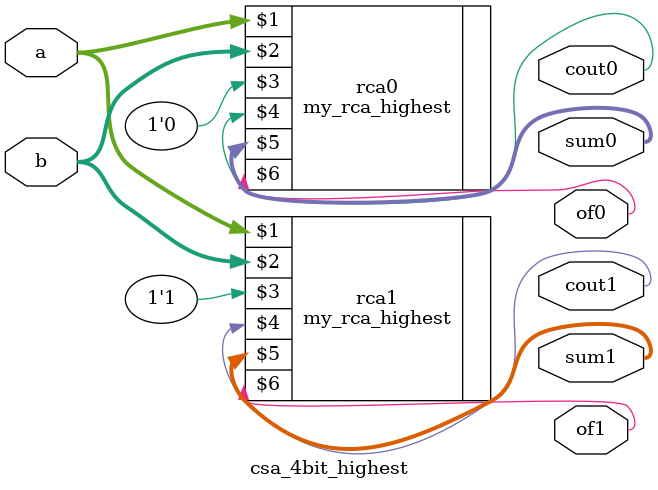
<source format=v>
module csa_4bit_highest(a, b, cout0, cout1, sum0, sum1, of0, of1);
	input [3:0] a, b;
	output cout0, cout1, of0, of1;
	output [3:0] sum0, sum1;
	// o is 1'b0 1 is 1'b1
	my_rca_highest rca0(a, b, 1'b0, cout0, sum0, of0);
	my_rca_highest rca1(a, b, 1'b1, cout1, sum1, of1);
endmodule
</source>
